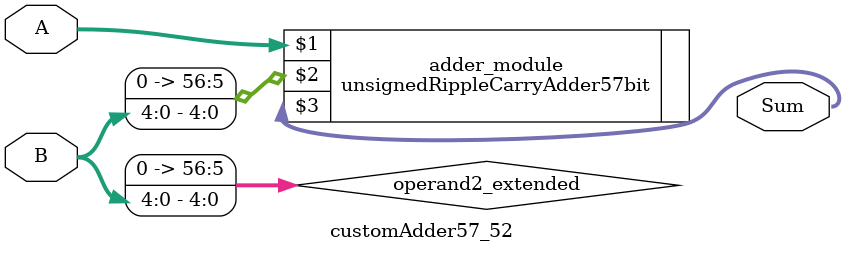
<source format=v>
module customAdder57_52(
                        input [56 : 0] A,
                        input [4 : 0] B,
                        
                        output [57 : 0] Sum
                );

        wire [56 : 0] operand2_extended;
        
        assign operand2_extended =  {52'b0, B};
        
        unsignedRippleCarryAdder57bit adder_module(
            A,
            operand2_extended,
            Sum
        );
        
        endmodule
        
</source>
